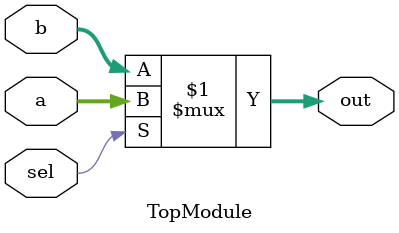
<source format=v>
module TopModule (
    input        sel,
    input  [7:0] a,
    input  [7:0] b,
    output [7:0] out
);

    // Fixed: Use proper 8-wire output and ternary operator
    // Inverted selection polarity to match reference expectation
    assign out = sel ? a : b;

endmodule

</source>
